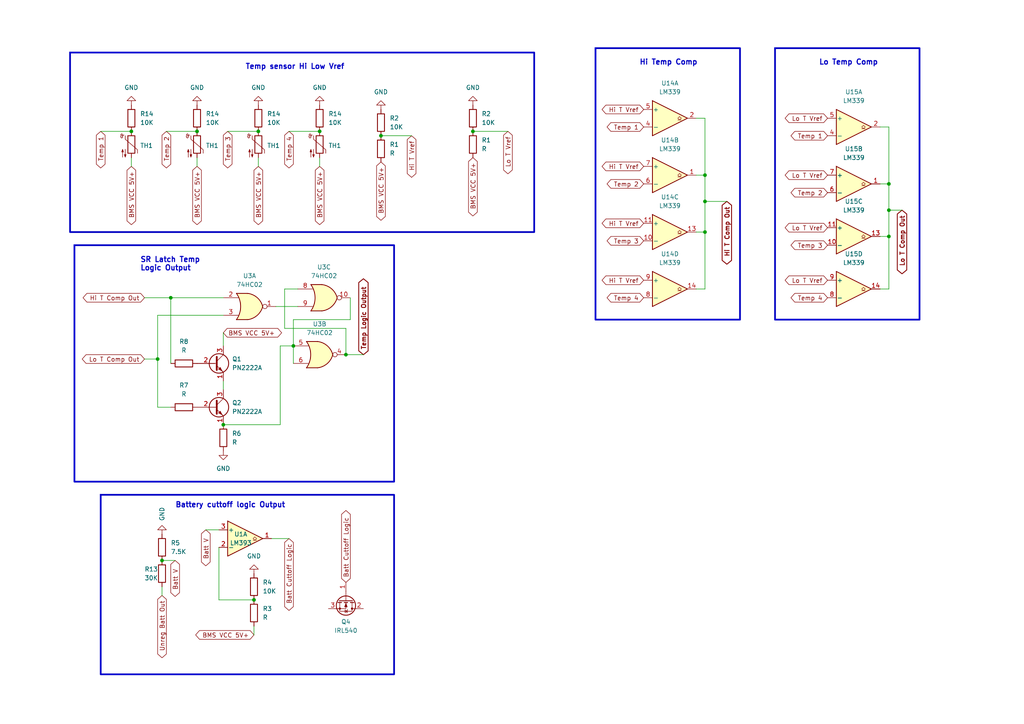
<source format=kicad_sch>
(kicad_sch (version 20230121) (generator eeschema)
  (paper "A4")
  (lib_symbols
    (symbol "74xx:74HC02" (pin_names (offset 1.016))
      (property "Reference" "U" (at 0 1.27 0))
      (property "Value" "74HC02" (at 0 -1.27 0))
      (symbol "74HC02_1_1"
        (arc (start -3.81 -3.81) (mid -2.589 0) (end -3.81 3.81) (stroke (width 0.254)))
        (arc (start -0.6096 -3.81) (mid 2.1842 -2.5851) (end 3.81 0) (stroke (width 0.254)) (fill (type background)))
        (polyline (pts (xy -3.81 -3.81) (xy -0.635 -3.81)) (stroke (width 0.254)) (fill (type background)))
        (polyline (pts (xy -3.81 3.81) (xy -0.635 3.81)) (stroke (width 0.254)) (fill (type background)))
        (polyline (pts (xy -0.635 3.81) (xy -3.81 3.81) (xy -3.81 3.81) (xy -3.556 3.4036) (xy -3.0226 2.2606) (xy -2.6924 1.0414) (xy -2.6162 -0.254) (xy -2.7686 -1.4986) (xy -3.175 -2.7178) (xy -3.81 -3.81) (xy -3.81 -3.81) (xy -0.635 -3.81)) (stroke (width -25.4)) (fill (type background)))
        (arc (start 3.81 0) (mid 2.1915 2.5936) (end -0.6096 3.81) (stroke (width 0.254)) (fill (type background)))
        (pin output inverted (at 7.62 0 180) (length 3.81) (name "~") (number "1"))
        (pin input line (at -7.62 2.54 0) (length 4.318) (name "~") (number "2"))
        (pin input line (at -7.62 -2.54 0) (length 4.318) (name "~") (number "3"))
      )
      (symbol "74HC02_1_2"
        (arc (start 0 -3.81) (mid 3.7934 0) (end 0 3.81) (stroke (width 0.254)) (fill (type background)))
        (polyline (pts (xy 0 3.81) (xy -3.81 3.81) (xy -3.81 -3.81) (xy 0 -3.81)) (stroke (width 0.254)) (fill (type background)))
        (pin output line (at 7.62 0 180) (length 3.81) (name "~") (number "1"))
        (pin input inverted (at -7.62 2.54 0) (length 3.81) (name "~") (number "2"))
        (pin input inverted (at -7.62 -2.54 0) (length 3.81) (name "~") (number "3"))
      )
      (symbol "74HC02_2_1"
        (arc (start -3.81 -3.81) (mid -2.589 0) (end -3.81 3.81) (stroke (width 0.254)))
        (arc (start -0.6096 -3.81) (mid 2.1842 -2.5851) (end 3.81 0) (stroke (width 0.254)) (fill (type background)))
        (polyline (pts (xy -3.81 -3.81) (xy -0.635 -3.81)) (stroke (width 0.254)) (fill (type background)))
        (polyline (pts (xy -3.81 3.81) (xy -0.635 3.81)) (stroke (width 0.254)) (fill (type background)))
        (polyline (pts (xy -0.635 3.81) (xy -3.81 3.81) (xy -3.81 3.81) (xy -3.556 3.4036) (xy -3.0226 2.2606) (xy -2.6924 1.0414) (xy -2.6162 -0.254) (xy -2.7686 -1.4986) (xy -3.175 -2.7178) (xy -3.81 -3.81) (xy -3.81 -3.81) (xy -0.635 -3.81)) (stroke (width -25.4)) (fill (type background)))
        (arc (start 3.81 0) (mid 2.1915 2.5936) (end -0.6096 3.81) (stroke (width 0.254)) (fill (type background)))
        (pin output inverted (at 7.62 0 180) (length 3.81) (name "~") (number "4"))
        (pin input line (at -7.62 2.54 0) (length 4.318) (name "~") (number "5"))
        (pin input line (at -7.62 -2.54 0) (length 4.318) (name "~") (number "6"))
      )
      (symbol "74HC02_2_2"
        (arc (start 0 -3.81) (mid 3.7934 0) (end 0 3.81) (stroke (width 0.254)) (fill (type background)))
        (polyline (pts (xy 0 3.81) (xy -3.81 3.81) (xy -3.81 -3.81) (xy 0 -3.81)) (stroke (width 0.254)) (fill (type background)))
        (pin output line (at 7.62 0 180) (length 3.81) (name "~") (number "4"))
        (pin input inverted (at -7.62 2.54 0) (length 3.81) (name "~") (number "5"))
        (pin input inverted (at -7.62 -2.54 0) (length 3.81) (name "~") (number "6"))
      )
      (symbol "74HC02_3_1"
        (arc (start -3.81 -3.81) (mid -2.589 0) (end -3.81 3.81) (stroke (width 0.254)))
        (arc (start -0.6096 -3.81) (mid 2.1842 -2.5851) (end 3.81 0) (stroke (width 0.254)) (fill (type background)))
        (polyline (pts (xy -3.81 -3.81) (xy -0.635 -3.81)) (stroke (width 0.254)) (fill (type background)))
        (polyline (pts (xy -3.81 3.81) (xy -0.635 3.81)) (stroke (width 0.254)) (fill (type background)))
        (polyline (pts (xy -0.635 3.81) (xy -3.81 3.81) (xy -3.81 3.81) (xy -3.556 3.4036) (xy -3.0226 2.2606) (xy -2.6924 1.0414) (xy -2.6162 -0.254) (xy -2.7686 -1.4986) (xy -3.175 -2.7178) (xy -3.81 -3.81) (xy -3.81 -3.81) (xy -0.635 -3.81)) (stroke (width -25.4)) (fill (type background)))
        (arc (start 3.81 0) (mid 2.1915 2.5936) (end -0.6096 3.81) (stroke (width 0.254)) (fill (type background)))
        (pin output inverted (at 7.62 0 180) (length 3.81) (name "~") (number "10"))
        (pin input line (at -7.62 2.54 0) (length 4.318) (name "~") (number "8"))
        (pin input line (at -7.62 -2.54 0) (length 4.318) (name "~") (number "9"))
      )
      (symbol "74HC02_3_2"
        (arc (start 0 -3.81) (mid 3.7934 0) (end 0 3.81) (stroke (width 0.254)) (fill (type background)))
        (polyline (pts (xy 0 3.81) (xy -3.81 3.81) (xy -3.81 -3.81) (xy 0 -3.81)) (stroke (width 0.254)) (fill (type background)))
        (pin output line (at 7.62 0 180) (length 3.81) (name "~") (number "10"))
        (pin input inverted (at -7.62 2.54 0) (length 3.81) (name "~") (number "8"))
        (pin input inverted (at -7.62 -2.54 0) (length 3.81) (name "~") (number "9"))
      )
      (symbol "74HC02_4_1"
        (arc (start -3.81 -3.81) (mid -2.589 0) (end -3.81 3.81) (stroke (width 0.254)))
        (arc (start -0.6096 -3.81) (mid 2.1842 -2.5851) (end 3.81 0) (stroke (width 0.254)) (fill (type background)))
        (polyline (pts (xy -3.81 -3.81) (xy -0.635 -3.81)) (stroke (width 0.254)) (fill (type background)))
        (polyline (pts (xy -3.81 3.81) (xy -0.635 3.81)) (stroke (width 0.254)) (fill (type background)))
        (polyline (pts (xy -0.635 3.81) (xy -3.81 3.81) (xy -3.81 3.81) (xy -3.556 3.4036) (xy -3.0226 2.2606) (xy -2.6924 1.0414) (xy -2.6162 -0.254) (xy -2.7686 -1.4986) (xy -3.175 -2.7178) (xy -3.81 -3.81) (xy -3.81 -3.81) (xy -0.635 -3.81)) (stroke (width -25.4)) (fill (type background)))
        (arc (start 3.81 0) (mid 2.1915 2.5936) (end -0.6096 3.81) (stroke (width 0.254)) (fill (type background)))
        (pin input line (at -7.62 2.54 0) (length 4.318) (name "~") (number "11"))
        (pin input line (at -7.62 -2.54 0) (length 4.318) (name "~") (number "12"))
        (pin output inverted (at 7.62 0 180) (length 3.81) (name "~") (number "13"))
      )
      (symbol "74HC02_4_2"
        (arc (start 0 -3.81) (mid 3.7934 0) (end 0 3.81) (stroke (width 0.254)) (fill (type background)))
        (polyline (pts (xy 0 3.81) (xy -3.81 3.81) (xy -3.81 -3.81) (xy 0 -3.81)) (stroke (width 0.254)) (fill (type background)))
        (pin input inverted (at -7.62 2.54 0) (length 3.81) (name "~") (number "11"))
        (pin input inverted (at -7.62 -2.54 0) (length 3.81) (name "~") (number "12"))
        (pin output line (at 7.62 0 180) (length 3.81) (name "~") (number "13"))
      )
      (symbol "74HC02_5_0"
        (pin power_in line (at 0 12.7 270) (length 5.08) (name "VCC") (number "14"))
        (pin power_in line (at 0 -12.7 90) (length 5.08) (name "GND") (number "7"))
      )
      (symbol "74HC02_5_1"
        (rectangle (start -5.08 7.62) (end 5.08 -7.62) (stroke (width 0.254)) (fill (type background)))
      )
    )
    (symbol "Comparator:LM339" (pin_names (offset 0.127))
      (property "Reference" "U" (at 0 5.08 0))
      (property "Value" "LM339" (at 0 -5.08 0))
      (symbol "LM339_1_1"
        (polyline (pts (xy -5.08 5.08) (xy 5.08 0) (xy -5.08 -5.08) (xy -5.08 5.08)) (stroke (width 0.254)) (fill (type background)))
        (polyline (pts (xy 3.302 -0.508) (xy 2.794 -0.508) (xy 3.302 0) (xy 2.794 0.508) (xy 2.286 0) (xy 2.794 -0.508) (xy 2.286 -0.508)) (stroke (width 0.127)))
        (pin open_collector line (at 7.62 0 180) (length 2.54) (name "~") (number "2"))
        (pin input line (at -7.62 -2.54 0) (length 2.54) (name "-") (number "4"))
        (pin input line (at -7.62 2.54 0) (length 2.54) (name "+") (number "5"))
      )
      (symbol "LM339_2_1"
        (polyline (pts (xy -5.08 5.08) (xy 5.08 0) (xy -5.08 -5.08) (xy -5.08 5.08)) (stroke (width 0.254)) (fill (type background)))
        (polyline (pts (xy 3.302 -0.508) (xy 2.794 -0.508) (xy 3.302 0) (xy 2.794 0.508) (xy 2.286 0) (xy 2.794 -0.508) (xy 2.286 -0.508)) (stroke (width 0.127)))
        (pin open_collector line (at 7.62 0 180) (length 2.54) (name "~") (number "1"))
        (pin input line (at -7.62 -2.54 0) (length 2.54) (name "-") (number "6"))
        (pin input line (at -7.62 2.54 0) (length 2.54) (name "+") (number "7"))
      )
      (symbol "LM339_3_1"
        (polyline (pts (xy -5.08 5.08) (xy 5.08 0) (xy -5.08 -5.08) (xy -5.08 5.08)) (stroke (width 0.254)) (fill (type background)))
        (polyline (pts (xy 3.302 -0.508) (xy 2.794 -0.508) (xy 3.302 0) (xy 2.794 0.508) (xy 2.286 0) (xy 2.794 -0.508) (xy 2.286 -0.508)) (stroke (width 0.127)))
        (pin input line (at -7.62 -2.54 0) (length 2.54) (name "-") (number "10"))
        (pin input line (at -7.62 2.54 0) (length 2.54) (name "+") (number "11"))
        (pin open_collector line (at 7.62 0 180) (length 2.54) (name "~") (number "13"))
      )
      (symbol "LM339_4_1"
        (polyline (pts (xy -5.08 5.08) (xy 5.08 0) (xy -5.08 -5.08) (xy -5.08 5.08)) (stroke (width 0.254)) (fill (type background)))
        (polyline (pts (xy 3.302 -0.508) (xy 2.794 -0.508) (xy 3.302 0) (xy 2.794 0.508) (xy 2.286 0) (xy 2.794 -0.508) (xy 2.286 -0.508)) (stroke (width 0.127)))
        (pin open_collector line (at 7.62 0 180) (length 2.54) (name "~") (number "14"))
        (pin input line (at -7.62 -2.54 0) (length 2.54) (name "-") (number "8"))
        (pin input line (at -7.62 2.54 0) (length 2.54) (name "+") (number "9"))
      )
      (symbol "LM339_5_1"
        (pin power_in line (at -2.54 -7.62 90) (length 3.81) (name "V-") (number "12"))
        (pin power_in line (at -2.54 7.62 270) (length 3.81) (name "V+") (number "3"))
      )
    )
    (symbol "Comparator:LM393" (pin_names (offset 0.127))
      (property "Reference" "U" (at 3.81 3.81 0))
      (property "Value" "LM393" (at 6.35 -3.81 0))
      (symbol "LM393_1_1"
        (polyline (pts (xy -5.08 5.08) (xy 5.08 0) (xy -5.08 -5.08) (xy -5.08 5.08)) (stroke (width 0.254)) (fill (type background)))
        (polyline (pts (xy 3.302 -0.508) (xy 2.794 -0.508) (xy 3.302 0) (xy 2.794 0.508) (xy 2.286 0) (xy 2.794 -0.508) (xy 2.286 -0.508)) (stroke (width 0.127)))
        (pin open_collector line (at 7.62 0 180) (length 2.54) (name "~") (number "1"))
        (pin input line (at -7.62 -2.54 0) (length 2.54) (name "-") (number "2"))
        (pin input line (at -7.62 2.54 0) (length 2.54) (name "+") (number "3"))
      )
      (symbol "LM393_2_1"
        (polyline (pts (xy -5.08 5.08) (xy 5.08 0) (xy -5.08 -5.08) (xy -5.08 5.08)) (stroke (width 0.254)) (fill (type background)))
        (polyline (pts (xy 3.302 -0.508) (xy 2.794 -0.508) (xy 3.302 0) (xy 2.794 0.508) (xy 2.286 0) (xy 2.794 -0.508) (xy 2.286 -0.508)) (stroke (width 0.127)))
        (pin input line (at -7.62 2.54 0) (length 2.54) (name "+") (number "5"))
        (pin input line (at -7.62 -2.54 0) (length 2.54) (name "-") (number "6"))
        (pin open_collector line (at 7.62 0 180) (length 2.54) (name "~") (number "7"))
      )
      (symbol "LM393_3_1"
        (pin power_in line (at -2.54 -7.62 90) (length 3.81) (name "V-") (number "4"))
        (pin power_in line (at -2.54 7.62 270) (length 3.81) (name "V+") (number "8"))
      )
    )
    (symbol "Device:R" (pin_numbers hide) (pin_names (offset 0))
      (property "Reference" "R" (at 2.032 0 90))
      (property "Value" "R" (at 0 0 90))
      (symbol "R_0_1"
        (rectangle (start -1.016 -2.54) (end 1.016 2.54) (stroke (width 0.254)))
      )
      (symbol "R_1_1"
        (pin passive line (at 0 3.81 270) (length 1.27) (name "~") (number "1"))
        (pin passive line (at 0 -3.81 90) (length 1.27) (name "~") (number "2"))
      )
    )
    (symbol "Device:Thermistor_NTC" (pin_numbers hide) (pin_names (offset 0))
      (property "Reference" "TH" (at -4.445 0 90))
      (property "Value" "Thermistor_NTC" (at 3.175 0 90))
      (symbol "Thermistor_NTC_0_1"
        (arc (start -3.048 2.159) (mid -3.0495 2.3143) (end -3.175 2.413))
        (arc (start -3.048 2.159) (mid -2.9736 1.9794) (end -2.794 1.905))
        (arc (start -3.048 2.794) (mid -2.9736 2.6144) (end -2.794 2.54))
        (arc (start -2.794 1.905) (mid -2.6144 1.9794) (end -2.54 2.159))
        (arc (start -2.794 2.54) (mid -2.4393 2.5587) (end -2.159 2.794))
        (arc (start -2.794 3.048) (mid -2.9736 2.9736) (end -3.048 2.794))
        (arc (start -2.54 2.794) (mid -2.6144 2.9736) (end -2.794 3.048))
        (rectangle (start -1.016 2.54) (end 1.016 -2.54) (stroke (width 0.254)))
        (polyline (pts (xy -2.54 2.159) (xy -2.54 2.794)))
        (polyline (pts (xy -1.778 2.54) (xy -1.778 1.524) (xy 1.778 -1.524) (xy 1.778 -2.54)))
        (polyline (pts (xy -2.54 -3.683) (xy -2.54 -1.397) (xy -2.794 -2.159) (xy -2.286 -2.159) (xy -2.54 -1.397) (xy -2.54 -1.651)) (fill (type outline)))
        (polyline (pts (xy -1.778 -1.397) (xy -1.778 -3.683) (xy -2.032 -2.921) (xy -1.524 -2.921) (xy -1.778 -3.683) (xy -1.778 -3.429)) (fill (type outline)))
      )
      (symbol "Thermistor_NTC_1_1"
        (pin passive line (at 0 3.81 270) (length 1.27) (name "~") (number "1"))
        (pin passive line (at 0 -3.81 90) (length 1.27) (name "~") (number "2"))
      )
    )
    (symbol "Transistor_BJT:PN2222A" (pin_names (offset 0) hide)
      (property "Reference" "Q" (at 5.08 1.905 0))
      (property "Value" "PN2222A" (at 5.08 0 0))
      (symbol "PN2222A_0_1"
        (polyline (pts (xy 0 0) (xy 0.635 0)))
        (polyline (pts (xy 2.54 -2.54) (xy 0.635 -0.635)))
        (polyline (pts (xy 2.54 2.54) (xy 0.635 0.635)))
        (polyline (pts (xy 0.635 1.905) (xy 0.635 -1.905) (xy 0.635 -1.905)) (stroke (width 0.508)))
        (polyline (pts (xy 2.413 -2.413) (xy 1.905 -1.905) (xy 1.905 -1.905)))
        (polyline (pts (xy 1.143 -1.651) (xy 1.651 -1.143) (xy 2.159 -2.159) (xy 1.143 -1.651) (xy 1.143 -1.651)) (fill (type outline)))
        (circle (center 1.27 0) (radius 2.8194) (stroke (width 0.254)))
      )
      (symbol "PN2222A_1_1"
        (pin passive line (at 2.54 -5.08 90) (length 2.54) (name "E") (number "1"))
        (pin input line (at -5.08 0 0) (length 5.08) (name "B") (number "2"))
        (pin passive line (at 2.54 5.08 270) (length 2.54) (name "C") (number "3"))
      )
    )
    (symbol "Transistor_FET:IRF540N" (pin_names hide)
      (property "Reference" "Q" (at 6.35 1.905 0))
      (property "Value" "IRF540N" (at 6.35 0 0))
      (symbol "IRF540N_0_1"
        (polyline (pts (xy 0.254 0) (xy -2.54 0)))
        (polyline (pts (xy 0.254 1.905) (xy 0.254 -1.905)) (stroke (width 0.254)))
        (polyline (pts (xy 0.762 -1.27) (xy 0.762 -2.286)) (stroke (width 0.254)))
        (polyline (pts (xy 0.762 0.508) (xy 0.762 -0.508)) (stroke (width 0.254)))
        (polyline (pts (xy 0.762 2.286) (xy 0.762 1.27)) (stroke (width 0.254)))
        (polyline (pts (xy 2.54 2.54) (xy 2.54 1.778)))
        (polyline (pts (xy 2.54 -2.54) (xy 2.54 0) (xy 0.762 0)))
        (polyline (pts (xy 0.762 -1.778) (xy 3.302 -1.778) (xy 3.302 1.778) (xy 0.762 1.778)))
        (polyline (pts (xy 1.016 0) (xy 2.032 0.381) (xy 2.032 -0.381) (xy 1.016 0)) (fill (type outline)))
        (polyline (pts (xy 2.794 0.508) (xy 2.921 0.381) (xy 3.683 0.381) (xy 3.81 0.254)))
        (polyline (pts (xy 3.302 0.381) (xy 2.921 -0.254) (xy 3.683 -0.254) (xy 3.302 0.381)))
        (circle (center 1.651 0) (radius 2.794) (stroke (width 0.254)))
        (circle (center 2.54 -1.778) (radius 0.254) (fill (type outline)))
        (circle (center 2.54 1.778) (radius 0.254) (fill (type outline)))
      )
      (symbol "IRF540N_1_1"
        (pin input line (at -5.08 0 0) (length 2.54) (name "G") (number "1"))
        (pin passive line (at 2.54 5.08 270) (length 2.54) (name "D") (number "2"))
        (pin passive line (at 2.54 -5.08 90) (length 2.54) (name "S") (number "3"))
      )
    )
    (symbol "power:GND" (power) (pin_names (offset 0))
      (property "Value" "GND" (at 0 -3.81 0))
      (symbol "GND_0_1"
        (polyline (pts (xy 0 0) (xy 0 -1.27) (xy 1.27 -1.27) (xy 0 -2.54) (xy -1.27 -1.27) (xy 0 -1.27)))
      )
      (symbol "GND_1_1"
        (pin power_in line (at 0 0 270) (length 0) hide (name "GND") (number "1"))
      )
    )
  )
  (junction (at 45.72 104.14))
  (junction (at 73.66 173.99))
  (junction (at 204.47 58.42))
  (junction (at 92.71 38.1))
  (junction (at 100.33 102.87))
  (junction (at 74.93 38.1))
  (junction (at 110.49 39.37))
  (junction (at 49.53 86.36))
  (junction (at 257.81 53.34))
  (junction (at 204.47 50.8))
  (junction (at 46.99 162.56))
  (junction (at 64.77 123.19))
  (junction (at 57.15 38.1))
  (junction (at 85.09 100.33))
  (junction (at 38.1 38.1))
  (junction (at 257.81 68.58))
  (junction (at 257.81 60.96))
  (junction (at 137.16 38.1))
  (junction (at 204.47 67.31))
  (wire (pts (xy 204.47 58.42) (xy 204.47 67.31)))
  (wire (pts (xy 64.77 110.49) (xy 64.77 113.03)))
  (wire (pts (xy 41.91 86.36) (xy 49.53 86.36)))
  (wire (pts (xy 82.55 95.25) (xy 82.55 83.82)))
  (wire (pts (xy 38.1 45.72) (xy 38.1 48.26)))
  (wire (pts (xy 201.93 67.31) (xy 204.47 67.31)))
  (wire (pts (xy 110.49 39.37) (xy 119.38 39.37)))
  (wire (pts (xy 257.81 68.58) (xy 257.81 60.96)))
  (wire (pts (xy 29.21 38.1) (xy 38.1 38.1)))
  (wire (pts (xy 257.81 53.34) (xy 257.81 36.83)))
  (wire (pts (xy 78.74 156.21) (xy 83.82 156.21)))
  (wire (pts (xy 82.55 83.82) (xy 86.36 83.82)))
  (wire (pts (xy 81.28 100.33) (xy 81.28 123.19)))
  (wire (pts (xy 257.81 83.82) (xy 257.81 68.58)))
  (wire (pts (xy 204.47 67.31) (xy 204.47 83.82)))
  (wire (pts (xy 85.09 100.33) (xy 85.09 105.41)))
  (wire (pts (xy 46.99 172.72) (xy 46.99 170.18)))
  (wire (pts (xy 85.09 92.71) (xy 85.09 100.33)))
  (wire (pts (xy 255.27 53.34) (xy 257.81 53.34)))
  (wire (pts (xy 257.81 60.96) (xy 261.62 60.96)))
  (wire (pts (xy 257.81 36.83) (xy 255.27 36.83)))
  (wire (pts (xy 92.71 45.72) (xy 92.71 48.26)))
  (wire (pts (xy 81.28 123.19) (xy 64.77 123.19)))
  (wire (pts (xy 204.47 50.8) (xy 204.47 58.42)))
  (wire (pts (xy 85.09 92.71) (xy 101.6 92.71)))
  (wire (pts (xy 81.28 100.33) (xy 85.09 100.33)))
  (wire (pts (xy 100.33 102.87) (xy 105.41 102.87)))
  (wire (pts (xy 41.91 104.14) (xy 45.72 104.14)))
  (wire (pts (xy 63.5 173.99) (xy 73.66 173.99)))
  (wire (pts (xy 64.77 96.52) (xy 64.77 100.33)))
  (wire (pts (xy 45.72 104.14) (xy 45.72 118.11)))
  (wire (pts (xy 59.69 153.67) (xy 63.5 153.67)))
  (wire (pts (xy 80.01 88.9) (xy 86.36 88.9)))
  (wire (pts (xy 204.47 34.29) (xy 204.47 50.8)))
  (wire (pts (xy 101.6 92.71) (xy 101.6 86.36)))
  (wire (pts (xy 201.93 50.8) (xy 204.47 50.8)))
  (wire (pts (xy 137.16 38.1) (xy 147.32 38.1)))
  (wire (pts (xy 83.82 38.1) (xy 92.71 38.1)))
  (wire (pts (xy 255.27 68.58) (xy 257.81 68.58)))
  (wire (pts (xy 57.15 45.72) (xy 57.15 48.26)))
  (wire (pts (xy 204.47 58.42) (xy 210.82 58.42)))
  (wire (pts (xy 100.33 102.87) (xy 100.33 95.25)))
  (wire (pts (xy 49.53 86.36) (xy 64.77 86.36)))
  (wire (pts (xy 45.72 91.44) (xy 45.72 104.14)))
  (wire (pts (xy 257.81 60.96) (xy 257.81 53.34)))
  (wire (pts (xy 64.77 91.44) (xy 45.72 91.44)))
  (wire (pts (xy 50.8 162.56) (xy 46.99 162.56)))
  (wire (pts (xy 45.72 118.11) (xy 49.53 118.11)))
  (wire (pts (xy 73.66 184.15) (xy 73.66 181.61)))
  (wire (pts (xy 255.27 83.82) (xy 257.81 83.82)))
  (wire (pts (xy 201.93 83.82) (xy 204.47 83.82)))
  (wire (pts (xy 74.93 45.72) (xy 74.93 48.26)))
  (wire (pts (xy 201.93 34.29) (xy 204.47 34.29)))
  (wire (pts (xy 66.04 38.1) (xy 74.93 38.1)))
  (wire (pts (xy 63.5 173.99) (xy 63.5 158.75)))
  (wire (pts (xy 49.53 86.36) (xy 49.53 105.41)))
  (wire (pts (xy 100.33 95.25) (xy 82.55 95.25)))
  (wire (pts (xy 48.26 38.1) (xy 57.15 38.1)))
  (rectangle (start 172.72 13.97) (end 214.63 92.71) (stroke (width 0.5)))
  (rectangle (start 224.79 13.97) (end 266.7 92.71) (stroke (width 0.5)))
  (rectangle (start 21.59 71.12) (end 114.3 139.7) (stroke (width 0.5)))
  (rectangle (start 20.32 15.24) (end 154.94 67.31) (stroke (width 0.5)))
  (rectangle (start 29.21 143.51) (end 114.3 195.58) (stroke (width 0.5)))
  (text "Temp sensor Hi Low Vref\n" (at 71.12 20.32 0) (effects (font (size 1.5 1.5) (thickness 0.3) bold) (justify left bottom)))
  (text "SR Latch Temp \nLogic Output" (at 40.64 78.74 0) (effects (font (size 1.5 1.5) bold) (justify left bottom)))
  (text "Lo Temp Comp\n" (at 237.49 19.05 0) (effects (font (size 1.5 1.5) (thickness 0.3) bold) (justify left bottom)))
  (text "Battery cuttoff logic Output\n\n" (at 50.8 149.86 0) (effects (font (size 1.5 1.5) (thickness 0.3) bold) (justify left bottom)))
  (text "Hi Temp Comp\n" (at 185.42 19.05 0) (effects (font (size 1.5 1.5) (thickness 0.3) bold) (justify left bottom)))
  (global_label "Temp 3" (shape bidirectional) (at 186.69 69.85 180) (property "Intersheetrefs" "${INTERSHEET_REFS}" (effects hide)))
  (global_label "BMS VCC 5V+" (shape bidirectional) (at 92.71 48.26 270) (property "Intersheetrefs" "${INTERSHEET_REFS}" (effects hide)))
  (global_label "Temp 1" (shape bidirectional) (at 29.21 38.1 270) (property "Intersheetrefs" "${INTERSHEET_REFS}" (effects hide)))
  (global_label "BMS VCC 5V+" (shape bidirectional) (at 73.66 184.15 180) (property "Intersheetrefs" "${INTERSHEET_REFS}" (effects hide)))
  (global_label "Hi T Vref" (shape bidirectional) (at 186.69 48.26 180) (property "Intersheetrefs" "${INTERSHEET_REFS}" (effects hide)))
  (global_label "Hi T Comp Out" (shape bidirectional) (at 210.82 58.42 270) (effects (font (thickness 0.254) bold)) (property "Intersheetrefs" "${INTERSHEET_REFS}" (effects hide)))
  (global_label "Lo T Comp Out" (shape bidirectional) (at 261.62 60.96 270) (effects (font (thickness 0.254) bold)) (property "Intersheetrefs" "${INTERSHEET_REFS}" (effects hide)))
  (global_label "Unreg Batt Out" (shape bidirectional) (at 46.99 172.72 270) (property "Intersheetrefs" "${INTERSHEET_REFS}" (effects hide)))
  (global_label "Hi T Vref" (shape bidirectional) (at 186.69 31.75 180) (property "Intersheetrefs" "${INTERSHEET_REFS}" (effects hide)))
  (global_label "Temp 3" (shape bidirectional) (at 66.04 38.1 270) (property "Intersheetrefs" "${INTERSHEET_REFS}" (effects hide)))
  (global_label "Temp 4" (shape bidirectional) (at 186.69 86.36 180) (property "Intersheetrefs" "${INTERSHEET_REFS}" (effects hide)))
  (global_label "Temp 4" (shape bidirectional) (at 240.03 86.36 180) (property "Intersheetrefs" "${INTERSHEET_REFS}" (effects hide)))
  (global_label "Batt Cuttoff Logic" (shape bidirectional) (at 83.82 156.21 270) (property "Intersheetrefs" "${INTERSHEET_REFS}" (effects hide)))
  (global_label "Hi T Vref" (shape bidirectional) (at 186.69 81.28 180) (property "Intersheetrefs" "${INTERSHEET_REFS}" (effects hide)))
  (global_label "BMS VCC 5V+" (shape bidirectional) (at 64.77 96.52 0) (property "Intersheetrefs" "${INTERSHEET_REFS}" (effects hide)))
  (global_label "Hi T Vref" (shape bidirectional) (at 186.69 64.77 180) (property "Intersheetrefs" "${INTERSHEET_REFS}" (effects hide)))
  (global_label "Lo T Vref" (shape bidirectional) (at 240.03 81.28 180) (property "Intersheetrefs" "${INTERSHEET_REFS}" (effects hide)))
  (global_label "Temp 2" (shape bidirectional) (at 186.69 53.34 180) (property "Intersheetrefs" "${INTERSHEET_REFS}" (effects hide)))
  (global_label "Batt V " (shape bidirectional) (at 59.69 153.67 270) (property "Intersheetrefs" "${INTERSHEET_REFS}" (effects hide)))
  (global_label "BMS VCC 5V+" (shape bidirectional) (at 74.93 48.26 270) (property "Intersheetrefs" "${INTERSHEET_REFS}" (effects hide)))
  (global_label "Hi T Comp Out" (shape bidirectional) (at 41.91 86.36 180) (property "Intersheetrefs" "${INTERSHEET_REFS}" (effects hide)))
  (global_label "BMS VCC 5V+" (shape bidirectional) (at 137.16 45.72 270) (property "Intersheetrefs" "${INTERSHEET_REFS}" (effects hide)))
  (global_label "BMS VCC 5V+" (shape bidirectional) (at 110.49 46.99 270) (property "Intersheetrefs" "${INTERSHEET_REFS}" (effects hide)))
  (global_label "Temp 1" (shape bidirectional) (at 186.69 36.83 180) (property "Intersheetrefs" "${INTERSHEET_REFS}" (effects hide)))
  (global_label "Lo T Comp Out" (shape bidirectional) (at 41.91 104.14 180) (property "Intersheetrefs" "${INTERSHEET_REFS}" (effects hide)))
  (global_label "Batt V " (shape bidirectional) (at 50.8 162.56 270) (property "Intersheetrefs" "${INTERSHEET_REFS}" (effects hide)))
  (global_label "Temp 4" (shape bidirectional) (at 83.82 38.1 270) (property "Intersheetrefs" "${INTERSHEET_REFS}" (effects hide)))
  (global_label "Temp Logic Output" (shape bidirectional) (at 105.41 102.87 90) (effects (font (thickness 0.254) bold)) (property "Intersheetrefs" "${INTERSHEET_REFS}" (effects hide)))
  (global_label "Lo T Vref" (shape bidirectional) (at 240.03 66.04 180) (property "Intersheetrefs" "${INTERSHEET_REFS}" (effects hide)))
  (global_label "Temp 2" (shape bidirectional) (at 48.26 38.1 270) (property "Intersheetrefs" "${INTERSHEET_REFS}" (effects hide)))
  (global_label "Lo T Vref" (shape bidirectional) (at 240.03 50.8 180) (property "Intersheetrefs" "${INTERSHEET_REFS}" (effects hide)))
  (global_label "Hi T Vref" (shape bidirectional) (at 119.38 39.37 270) (property "Intersheetrefs" "${INTERSHEET_REFS}" (effects hide)))
  (global_label "Lo T Vref" (shape bidirectional) (at 147.32 38.1 270) (property "Intersheetrefs" "${INTERSHEET_REFS}" (effects hide)))
  (global_label "BMS VCC 5V+" (shape bidirectional) (at 38.1 48.26 270) (property "Intersheetrefs" "${INTERSHEET_REFS}" (effects hide)))
  (global_label "Temp 1" (shape bidirectional) (at 240.03 39.37 180) (property "Intersheetrefs" "${INTERSHEET_REFS}" (effects hide)))
  (global_label "Lo T Vref" (shape bidirectional) (at 240.03 34.29 180) (property "Intersheetrefs" "${INTERSHEET_REFS}" (effects hide)))
  (global_label "Temp 3" (shape bidirectional) (at 240.03 71.12 180) (property "Intersheetrefs" "${INTERSHEET_REFS}" (effects hide)))
  (global_label "Batt Cuttoff Logic" (shape bidirectional) (at 100.33 168.91 90) (property "Intersheetrefs" "${INTERSHEET_REFS}" (effects hide)))
  (global_label "Temp 2" (shape bidirectional) (at 240.03 55.88 180) (property "Intersheetrefs" "${INTERSHEET_REFS}" (effects hide)))
  (global_label "BMS VCC 5V+" (shape bidirectional) (at 57.15 48.26 270) (property "Intersheetrefs" "${INTERSHEET_REFS}" (effects hide)))
  (symbol (lib_id "Transistor_BJT:PN2222A") (at 62.23 105.41 0) (unit 1)
    (property "Reference" "Q1" (at 67.31 104.14 0) (effects (justify left)))
    (property "Value" "PN2222A" (at 67.31 106.68 0) (effects (justify left)))
    (property "Footprint" "Package_TO_SOT_THT:TO-92_Inline" (effects hide))
    (property "Datasheet" "https://www.onsemi.com/pub/Collateral/PN2222-D.PDF" (effects hide))
    (instances (project "BMS" (path "" (reference "Q1") (unit 1)) (path "" (reference "Q10") (unit 1))) (project "BMS section one test pcb" (path "" (reference "Q1") (unit 1))))
  )
  (symbol (lib_id "Device:R") (at 53.34 118.11 90) (unit 1)
    (property "Reference" "R7" (at 53.34 111.76 90))
    (property "Value" "R" (at 53.34 114.3 90))
    (property "Footprint" "Resistor_SMD:R_1206_3216Metric" (effects hide))
    (instances (project "BMS" (path "" (reference "R7") (unit 1)) (path "" (reference "R14") (unit 1))) (project "BMS section one test pcb" (path "" (reference "R7") (unit 1))))
  )
  (symbol (lib_id "Comparator:LM339") (at 247.65 53.34 0) (unit 2)
    (property "Reference" "U15" (at 247.65 43.18 0))
    (property "Value" "LM339" (at 247.65 45.72 0))
    (property "Footprint" "Charging module:lm339n THT" (effects hide))
    (property "Datasheet" "https://www.st.com/resource/en/datasheet/lm139.pdf" (effects hide))
  )
  (symbol (lib_id "Transistor_FET:IRF540N") (at 100.33 173.99 270) (unit 1)
    (property "Reference" "Q4" (at 100.33 180.34 90))
    (property "Value" "IRL540" (at 100.33 182.88 90))
    (property "Footprint" "Package_TO_SOT_THT:TO-220-3_Horizontal_TabDown" (effects hide))
    (property "Datasheet" "http://www.irf.com/product-info/datasheets/data/irf540n.pdf" (effects hide))
    (instances (project "BMS" (path "" (reference "Q4") (unit 1)) (path "" (reference "Q15") (unit 1)) (path "" (reference "Q1") (unit 1)) (path "" (reference "Q1") (unit 1))) (project "BMS section one test pcb" (path "" (reference "Q4") (unit 1))))
  )
  (symbol (lib_id "Device:Thermistor_NTC") (at 57.15 41.91 0) (unit 1)
    (property "Reference" "TH1" (at 59.69 42.2275 0) (effects (justify left)))
    (property "Value" "Thermistor_NTC" (effects hide))
    (property "Footprint" "Resistor_THT:R_Axial_DIN0204_L3.6mm_D1.6mm_P5.08mm_Vertical" (effects hide))
    (instances (project "BMS" (path "" (reference "TH1") (unit 1)) (path "" (reference "TH1") (unit 1)) (path "" (reference "TH2") (unit 1))) (project "BMS section one test pcb" (path "" (reference "TH1") (unit 1))))
  )
  (symbol (lib_id "Device:R") (at 73.66 170.18 0) (unit 1)
    (property "Reference" "R4" (at 76.2 168.91 0) (effects (justify left)))
    (property "Value" "10K" (at 76.2 171.45 0) (effects (justify left)))
    (property "Footprint" "Resistor_SMD:R_1206_3216Metric" (effects hide))
    (instances (project "BMS" (path "" (reference "R4") (unit 1)) (path "" (reference "R11") (unit 1))) (project "BMS section one test pcb" (path "" (reference "R4") (unit 1))))
  )
  (symbol (lib_id "Device:Thermistor_NTC") (at 92.71 41.91 0) (unit 1)
    (property "Reference" "TH1" (at 95.25 42.2275 0) (effects (justify left)))
    (property "Value" "Thermistor_NTC" (effects hide))
    (property "Footprint" "Resistor_THT:R_Axial_DIN0204_L3.6mm_D1.6mm_P5.08mm_Vertical" (effects hide))
    (instances (project "BMS" (path "" (reference "TH1") (unit 1)) (path "" (reference "TH1") (unit 1)) (path "" (reference "TH4") (unit 1))) (project "BMS section one test pcb" (path "" (reference "TH1") (unit 1))))
  )
  (symbol (lib_id "Device:R") (at 46.99 158.75 0) (unit 1)
    (property "Reference" "R5" (at 49.53 157.48 0) (effects (justify left)))
    (property "Value" "7.5K" (at 49.53 160.02 0) (effects (justify left)))
    (property "Footprint" "Resistor_SMD:R_1206_3216Metric" (effects hide))
    (instances (project "BMS" (path "" (reference "R5") (unit 1)) (path "" (reference "R5") (unit 1)) (path "" (reference "R10") (unit 1))) (project "BMS section one test pcb" (path "" (reference "R5") (unit 1))))
  )
  (symbol (lib_id "Comparator:LM339") (at 194.31 67.31 0) (unit 3)
    (property "Reference" "U14" (at 194.31 57.15 0))
    (property "Value" "LM339" (at 194.31 59.69 0))
    (property "Footprint" "Charging module:lm339n THT" (effects hide))
    (property "Datasheet" "https://www.st.com/resource/en/datasheet/lm139.pdf" (effects hide))
  )
  (symbol (lib_id "Comparator:LM339") (at 247.65 83.82 0) (unit 4)
    (property "Reference" "U15" (at 247.65 73.66 0))
    (property "Value" "LM339" (at 247.65 76.2 0))
    (property "Footprint" "Charging module:lm339n THT" (effects hide))
    (property "Datasheet" "https://www.st.com/resource/en/datasheet/lm139.pdf" (effects hide))
  )
  (symbol (lib_id "Device:R") (at 137.16 34.29 0) (unit 1)
    (property "Reference" "R2" (at 139.7 33.02 0) (effects (justify left)))
    (property "Value" "10K" (at 139.7 35.56 0) (effects (justify left)))
    (property "Footprint" "Resistor_SMD:R_1206_3216Metric" (effects hide))
    (instances (project "BMS" (path "" (reference "R2") (unit 1)) (path "" (reference "R7") (unit 1))) (project "BMS section one test pcb" (path "" (reference "R2") (unit 1))))
  )
  (symbol (lib_id "power:GND") (at 64.77 130.81 0) (unit 1)
    (property "Reference" "#PWR012" (effects hide))
    (property "Value" "GND" (at 64.77 135.89 0))
    (instances (project "BMS" (path "" (reference "#PWR012") (unit 1)) (path "" (reference "#PWR033") (unit 1))) (project "BMS section one test pcb" (path "" (reference "#PWR012") (unit 1))))
  )
  (symbol (lib_id "Transistor_BJT:PN2222A") (at 62.23 118.11 0) (unit 1)
    (property "Reference" "Q2" (at 67.31 116.84 0) (effects (justify left)))
    (property "Value" "PN2222A" (at 67.31 119.38 0) (effects (justify left)))
    (property "Footprint" "Package_TO_SOT_THT:TO-92_Inline" (effects hide))
    (property "Datasheet" "https://www.onsemi.com/pub/Collateral/PN2222-D.PDF" (effects hide))
    (instances (project "BMS" (path "" (reference "Q2") (unit 1)) (path "" (reference "Q11") (unit 1))) (project "BMS section one test pcb" (path "" (reference "Q2") (unit 1))))
  )
  (symbol (lib_id "Device:R") (at 73.66 177.8 0) (unit 1)
    (property "Reference" "R3" (at 76.2 176.53 0) (effects (justify left)))
    (property "Value" "R" (at 76.2 179.07 0) (effects (justify left)))
    (property "Footprint" "Resistor_SMD:R_1206_3216Metric" (effects hide))
    (instances (project "BMS" (path "" (reference "R3") (unit 1)) (path "" (reference "R12") (unit 1))) (project "BMS section one test pcb" (path "" (reference "R3") (unit 1))))
  )
  (symbol (lib_id "Device:R") (at 74.93 34.29 0) (unit 1)
    (property "Reference" "R14" (at 77.47 33.02 0) (effects (justify left)))
    (property "Value" "10K" (at 77.47 35.56 0) (effects (justify left)))
    (property "Footprint" "Resistor_SMD:R_1206_3216Metric" (effects hide))
    (instances (project "BMS" (path "" (reference "R14") (unit 1)) (path "" (reference "R14") (unit 1)) (path "" (reference "R3") (unit 1))) (project "BMS section one test pcb" (path "" (reference "R14") (unit 1))))
  )
  (symbol (lib_id "Comparator:LM339") (at 194.31 50.8 0) (unit 2)
    (property "Reference" "U14" (at 194.31 40.64 0))
    (property "Value" "LM339" (at 194.31 43.18 0))
    (property "Footprint" "Charging module:lm339n THT" (effects hide))
    (property "Datasheet" "https://www.st.com/resource/en/datasheet/lm139.pdf" (effects hide))
  )
  (symbol (lib_id "power:GND") (at 137.16 30.48 180) (unit 1)
    (property "Reference" "#PWR09" (effects hide))
    (property "Value" "GND" (at 137.16 25.4 0))
    (instances (project "BMS" (path "" (reference "#PWR09") (unit 1)) (path "" (reference "#PWR034") (unit 1))) (project "BMS section one test pcb" (path "" (reference "#PWR09") (unit 1))))
  )
  (symbol (lib_id "Device:Thermistor_NTC") (at 38.1 41.91 0) (unit 1)
    (property "Reference" "TH1" (at 40.64 42.2275 0) (effects (justify left)))
    (property "Value" "Thermistor_NTC" (effects hide))
    (property "Footprint" "Resistor_THT:R_Axial_DIN0204_L3.6mm_D1.6mm_P5.08mm_Vertical" (effects hide))
  )
  (symbol (lib_id "Device:R") (at 110.49 35.56 0) (unit 1)
    (property "Reference" "R2" (at 113.03 34.29 0) (effects (justify left)))
    (property "Value" "10K" (at 113.03 36.83 0) (effects (justify left)))
    (property "Footprint" "Resistor_SMD:R_1206_3216Metric" (effects hide))
    (instances (project "BMS" (path "" (reference "R2") (unit 1)) (path "" (reference "R5") (unit 1))) (project "BMS section one test pcb" (path "" (reference "R2") (unit 1))))
  )
  (symbol (lib_id "power:GND") (at 46.99 154.94 180) (unit 1)
    (property "Reference" "#PWR08" (effects hide))
    (property "Value" "GND" (at 46.99 151.13 90) (effects (justify right)))
  )
  (symbol (lib_id "Device:R") (at 38.1 34.29 0) (unit 1)
    (property "Reference" "R14" (at 40.64 33.02 0) (effects (justify left)))
    (property "Value" "10K" (at 40.64 35.56 0) (effects (justify left)))
    (property "Footprint" "Resistor_SMD:R_1206_3216Metric" (effects hide))
    (instances (project "BMS" (path "" (reference "R14") (unit 1)) (path "" (reference "R14") (unit 1)) (path "" (reference "R1") (unit 1))) (project "BMS section one test pcb" (path "" (reference "R14") (unit 1))))
  )
  (symbol (lib_id "Device:R") (at 137.16 41.91 0) (unit 1)
    (property "Reference" "R1" (at 139.7 40.64 0) (effects (justify left)))
    (property "Value" "R" (at 139.7 43.18 0) (effects (justify left)))
    (property "Footprint" "Resistor_SMD:R_1206_3216Metric" (effects hide))
    (instances (project "BMS" (path "" (reference "R1") (unit 1)) (path "" (reference "R8") (unit 1))) (project "BMS section one test pcb" (path "" (reference "R1") (unit 1))))
  )
  (symbol (lib_id "power:GND") (at 38.1 30.48 180) (unit 1)
    (property "Reference" "#PWR010" (effects hide))
    (property "Value" "GND" (at 38.1 25.4 0))
  )
  (symbol (lib_id "Comparator:LM339") (at 247.65 36.83 0) (unit 1)
    (property "Reference" "U15" (at 247.65 26.67 0))
    (property "Value" "LM339" (at 247.65 29.21 0))
    (property "Footprint" "Charging module:lm339n THT" (effects hide))
    (property "Datasheet" "https://www.st.com/resource/en/datasheet/lm139.pdf" (effects hide))
  )
  (symbol (lib_id "Device:R") (at 57.15 34.29 0) (unit 1)
    (property "Reference" "R14" (at 59.69 33.02 0) (effects (justify left)))
    (property "Value" "10K" (at 59.69 35.56 0) (effects (justify left)))
    (property "Footprint" "Resistor_SMD:R_1206_3216Metric" (effects hide))
    (instances (project "BMS" (path "" (reference "R14") (unit 1)) (path "" (reference "R14") (unit 1)) (path "" (reference "R2") (unit 1))) (project "BMS section one test pcb" (path "" (reference "R14") (unit 1))))
  )
  (symbol (lib_id "Comparator:LM393") (at 71.12 156.21 0) (unit 1)
    (property "Reference" "U1" (at 69.85 154.94 0))
    (property "Value" "LM393" (at 69.85 157.48 0))
    (property "Footprint" "Package_DIP:DIP-8_W7.62mm" (effects hide))
    (property "Datasheet" "http://www.ti.com/lit/ds/symlink/lm393.pdf" (effects hide))
    (instances (project "BMS" (path "" (reference "U1") (unit 1)) (path "" (reference "U17") (unit 1))) (project "BMS section one test pcb" (path "" (reference "U1") (unit 1))))
  )
  (symbol (lib_id "power:GND") (at 74.93 30.48 180) (unit 1)
    (property "Reference" "#PWR010" (effects hide))
    (property "Value" "GND" (at 74.93 25.4 0))
    (instances (project "BMS" (path "" (reference "#PWR010") (unit 1)) (path "" (reference "#PWR010") (unit 1)) (path "" (reference "#PWR029") (unit 1))) (project "BMS section one test pcb" (path "" (reference "#PWR010") (unit 1))))
  )
  (symbol (lib_id "Comparator:LM339") (at 247.65 68.58 0) (unit 3)
    (property "Reference" "U15" (at 247.65 58.42 0))
    (property "Value" "LM339" (at 247.65 60.96 0))
    (property "Footprint" "Charging module:lm339n THT" (effects hide))
    (property "Datasheet" "https://www.st.com/resource/en/datasheet/lm139.pdf" (effects hide))
  )
  (symbol (lib_id "Device:R") (at 110.49 43.18 0) (unit 1)
    (property "Reference" "R1" (at 113.03 41.91 0) (effects (justify left)))
    (property "Value" "R" (at 113.03 44.45 0) (effects (justify left)))
    (property "Footprint" "Resistor_SMD:R_1206_3216Metric" (effects hide))
    (instances (project "BMS" (path "" (reference "R1") (unit 1)) (path "" (reference "R6") (unit 1))) (project "BMS section one test pcb" (path "" (reference "R1") (unit 1))))
  )
  (symbol (lib_id "Comparator:LM339") (at 194.31 34.29 0) (unit 1)
    (property "Reference" "U14" (at 194.31 24.13 0))
    (property "Value" "LM339" (at 194.31 26.67 0))
    (property "Footprint" "Charging module:lm339n THT" (effects hide))
    (property "Datasheet" "https://www.st.com/resource/en/datasheet/lm139.pdf" (effects hide))
  )
  (symbol (lib_id "power:GND") (at 92.71 30.48 180) (unit 1)
    (property "Reference" "#PWR010" (effects hide))
    (property "Value" "GND" (at 92.71 25.4 0))
    (instances (project "BMS" (path "" (reference "#PWR010") (unit 1)) (path "" (reference "#PWR010") (unit 1)) (path "" (reference "#PWR030") (unit 1))) (project "BMS section one test pcb" (path "" (reference "#PWR010") (unit 1))))
  )
  (symbol (lib_id "Device:Thermistor_NTC") (at 74.93 41.91 0) (unit 1)
    (property "Reference" "TH1" (at 77.47 42.2275 0) (effects (justify left)))
    (property "Value" "Thermistor_NTC" (effects hide))
    (property "Footprint" "Resistor_THT:R_Axial_DIN0204_L3.6mm_D1.6mm_P5.08mm_Vertical" (effects hide))
    (instances (project "BMS" (path "" (reference "TH1") (unit 1)) (path "" (reference "TH1") (unit 1)) (path "" (reference "TH3") (unit 1))) (project "BMS section one test pcb" (path "" (reference "TH1") (unit 1))))
  )
  (symbol (lib_id "74xx:74HC02") (at 72.39 88.9 0) (unit 1)
    (property "Reference" "U3" (at 72.39 80.01 0))
    (property "Value" "74HC02" (at 72.39 82.55 0))
    (property "Footprint" "Package_DIP:DIP-14_W7.62mm" (effects hide))
    (property "Datasheet" "http://www.ti.com/lit/gpn/sn74hc02" (effects hide))
    (instances (project "BMS" (path "" (reference "U3") (unit 1)) (path "" (reference "U16") (unit 1))) (project "BMS section one test pcb" (path "" (reference "U3") (unit 1))))
  )
  (symbol (lib_id "power:GND") (at 57.15 30.48 180) (unit 1)
    (property "Reference" "#PWR010" (effects hide))
    (property "Value" "GND" (at 57.15 25.4 0))
    (instances (project "BMS" (path "" (reference "#PWR010") (unit 1)) (path "" (reference "#PWR010") (unit 1)) (path "" (reference "#PWR015") (unit 1))) (project "BMS section one test pcb" (path "" (reference "#PWR010") (unit 1))))
  )
  (symbol (lib_id "power:GND") (at 73.66 166.37 180) (unit 1)
    (property "Reference" "#PWR011" (effects hide))
    (property "Value" "GND" (at 73.66 161.29 0))
    (instances (project "BMS" (path "" (reference "#PWR011") (unit 1)) (path "" (reference "#PWR035") (unit 1))) (project "BMS section one test pcb" (path "" (reference "#PWR011") (unit 1))))
  )
  (symbol (lib_id "Device:R") (at 64.77 127 0) (unit 1)
    (property "Reference" "R6" (at 67.31 125.73 0) (effects (justify left)))
    (property "Value" "R" (at 67.31 128.27 0) (effects (justify left)))
    (property "Footprint" "Resistor_SMD:R_1206_3216Metric" (effects hide))
    (instances (project "BMS" (path "" (reference "R6") (unit 1)) (path "" (reference "R15") (unit 1))) (project "BMS section one test pcb" (path "" (reference "R6") (unit 1))))
  )
  (symbol (lib_id "Comparator:LM339") (at 194.31 83.82 0) (unit 4)
    (property "Reference" "U14" (at 194.31 73.66 0))
    (property "Value" "LM339" (at 194.31 76.2 0))
    (property "Footprint" "Charging module:lm339n THT" (effects hide))
    (property "Datasheet" "https://www.st.com/resource/en/datasheet/lm139.pdf" (effects hide))
  )
  (symbol (lib_id "74xx:74HC02") (at 92.71 102.87 0) (unit 2)
    (property "Reference" "U3" (at 92.71 93.98 0))
    (property "Value" "74HC02" (at 92.71 96.52 0))
    (property "Footprint" "Package_DIP:DIP-14_W7.62mm" (effects hide))
    (property "Datasheet" "http://www.ti.com/lit/gpn/sn74hc02" (effects hide))
    (instances (project "BMS" (path "" (reference "U3") (unit 2)) (path "" (reference "U16") (unit 2))) (project "BMS section one test pcb" (path "" (reference "U3") (unit 2))))
  )
  (symbol (lib_id "Device:R") (at 92.71 34.29 0) (unit 1)
    (property "Reference" "R14" (at 95.25 33.02 0) (effects (justify left)))
    (property "Value" "10K" (at 95.25 35.56 0) (effects (justify left)))
    (property "Footprint" "Resistor_SMD:R_1206_3216Metric" (effects hide))
    (instances (project "BMS" (path "" (reference "R14") (unit 1)) (path "" (reference "R14") (unit 1)) (path "" (reference "R4") (unit 1))) (project "BMS section one test pcb" (path "" (reference "R14") (unit 1))))
  )
  (symbol (lib_id "Device:R") (at 46.99 166.37 0) (unit 1)
    (property "Reference" "R13" (at 41.91 165.1 0) (effects (justify left)))
    (property "Value" "30K" (at 41.91 167.64 0) (effects (justify left)))
    (property "Footprint" "Resistor_SMD:R_1206_3216Metric" (effects hide))
    (instances (project "BMS" (path "" (reference "R13") (unit 1)) (path "" (reference "R13") (unit 1)) (path "" (reference "R9") (unit 1))) (project "BMS section one test pcb" (path "" (reference "R13") (unit 1))))
  )
  (symbol (lib_id "power:GND") (at 110.49 31.75 180) (unit 1)
    (property "Reference" "#PWR09" (effects hide))
    (property "Value" "GND" (at 110.49 26.67 0))
    (instances (project "BMS" (path "" (reference "#PWR09") (unit 1)) (path "" (reference "#PWR032") (unit 1))) (project "BMS section one test pcb" (path "" (reference "#PWR09") (unit 1))))
  )
  (symbol (lib_id "Device:R") (at 53.34 105.41 90) (unit 1)
    (property "Reference" "R8" (at 53.34 99.06 90))
    (property "Value" "R" (at 53.34 101.6 90))
    (property "Footprint" "Resistor_SMD:R_1206_3216Metric" (effects hide))
    (instances (project "BMS" (path "" (reference "R8") (unit 1)) (path "" (reference "R13") (unit 1))) (project "BMS section one test pcb" (path "" (reference "R8") (unit 1))))
  )
  (symbol (lib_id "74xx:74HC02") (at 93.98 86.36 0) (unit 3)
    (property "Reference" "U3" (at 93.98 77.47 0))
    (property "Value" "74HC02" (at 93.98 80.01 0))
    (property "Footprint" "Package_DIP:DIP-14_W7.62mm" (effects hide))
    (property "Datasheet" "http://www.ti.com/lit/gpn/sn74hc02" (effects hide))
    (instances (project "BMS" (path "" (reference "U3") (unit 3)) (path "" (reference "U16") (unit 3))) (project "BMS section one test pcb" (path "" (reference "U3") (unit 3))))
  )
)
</source>
